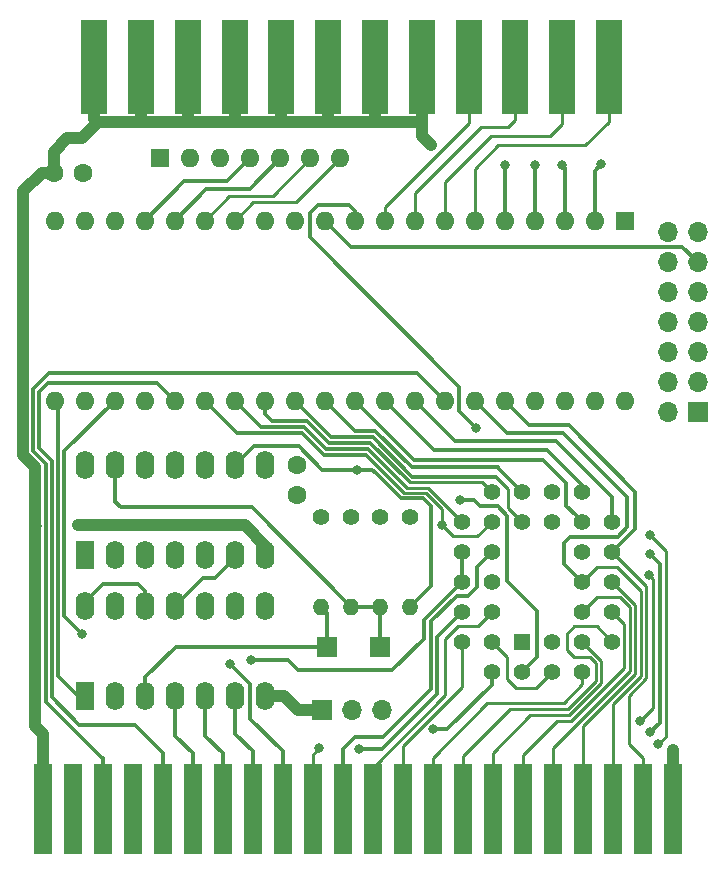
<source format=gbr>
%TF.GenerationSoftware,KiCad,Pcbnew,9.0.0*%
%TF.CreationDate,2025-04-04T12:39:39-04:00*%
%TF.ProjectId,RTC-Link2p,5254432d-4c69-46e6-9b32-702e6b696361,rev?*%
%TF.SameCoordinates,Original*%
%TF.FileFunction,Copper,L2,Bot*%
%TF.FilePolarity,Positive*%
%FSLAX46Y46*%
G04 Gerber Fmt 4.6, Leading zero omitted, Abs format (unit mm)*
G04 Created by KiCad (PCBNEW 9.0.0) date 2025-04-04 12:39:39*
%MOMM*%
%LPD*%
G01*
G04 APERTURE LIST*
%TA.AperFunction,ComponentPad*%
%ADD10C,1.400000*%
%TD*%
%TA.AperFunction,ComponentPad*%
%ADD11O,1.400000X1.400000*%
%TD*%
%TA.AperFunction,ComponentPad*%
%ADD12R,1.600000X2.400000*%
%TD*%
%TA.AperFunction,ComponentPad*%
%ADD13O,1.600000X2.400000*%
%TD*%
%TA.AperFunction,ComponentPad*%
%ADD14R,1.600000X1.600000*%
%TD*%
%TA.AperFunction,ComponentPad*%
%ADD15O,1.600000X1.600000*%
%TD*%
%TA.AperFunction,ConnectorPad*%
%ADD16R,1.524000X7.620000*%
%TD*%
%TA.AperFunction,ComponentPad*%
%ADD17R,1.700000X1.700000*%
%TD*%
%TA.AperFunction,ComponentPad*%
%ADD18O,1.700000X1.700000*%
%TD*%
%TA.AperFunction,ComponentPad*%
%ADD19C,1.600000*%
%TD*%
%TA.AperFunction,ComponentPad*%
%ADD20R,1.422400X1.422400*%
%TD*%
%TA.AperFunction,ComponentPad*%
%ADD21C,1.422400*%
%TD*%
%TA.AperFunction,ConnectorPad*%
%ADD22R,2.286000X8.000000*%
%TD*%
%TA.AperFunction,ViaPad*%
%ADD23C,0.800000*%
%TD*%
%TA.AperFunction,Conductor*%
%ADD24C,0.300000*%
%TD*%
%TA.AperFunction,Conductor*%
%ADD25C,1.000000*%
%TD*%
%TA.AperFunction,Conductor*%
%ADD26C,0.250000*%
%TD*%
G04 APERTURE END LIST*
D10*
%TO.P,R10,1*%
%TO.N,5V*%
X149250000Y-88250000D03*
D11*
%TO.P,R10,2*%
%TO.N,Net-(J2-Pin_1)*%
X149250000Y-95870000D03*
%TD*%
D12*
%TO.P,U2,1*%
%TO.N,R{slash}~{W}*%
X129260000Y-103460000D03*
D13*
%TO.P,U2,2*%
%TO.N,Net-(U2-Pad2)*%
X131800000Y-103460000D03*
%TO.P,U2,3*%
%TO.N,Net-(J2-Pin_1)*%
X134340000Y-103460000D03*
%TO.P,U2,4*%
%TO.N,A15*%
X136880000Y-103460000D03*
%TO.P,U2,5*%
%TO.N,A14*%
X139420000Y-103460000D03*
%TO.P,U2,6*%
%TO.N,A13*%
X141960000Y-103460000D03*
%TO.P,U2,7,GND*%
%TO.N,GND*%
X144500000Y-103460000D03*
%TO.P,U2,8*%
%TO.N,~{GAME}*%
X144500000Y-95840000D03*
%TO.P,U2,9*%
%TO.N,N/C*%
X141960000Y-95840000D03*
%TO.P,U2,10*%
X139420000Y-95840000D03*
%TO.P,U2,11*%
%TO.N,Net-(U2-Pad11)*%
X136880000Y-95840000D03*
%TO.P,U2,12*%
%TO.N,5V*%
X134340000Y-95840000D03*
%TO.P,U2,13*%
%TO.N,N/C*%
X131800000Y-95840000D03*
%TO.P,U2,14,VCC*%
%TO.N,5V*%
X129260000Y-95840000D03*
%TD*%
D14*
%TO.P,U1,1,VSS*%
%TO.N,GND*%
X174925000Y-63165000D03*
D15*
%TO.P,U1,2,PA0*%
%TO.N,PA0*%
X172385000Y-63165000D03*
%TO.P,U1,3,PA1*%
%TO.N,PA1*%
X169845000Y-63165000D03*
%TO.P,U1,4,PA2*%
%TO.N,PA2*%
X167305000Y-63165000D03*
%TO.P,U1,5,PA3*%
%TO.N,PA3*%
X164765000Y-63165000D03*
%TO.P,U1,6,PA4*%
%TO.N,PA4*%
X162225000Y-63165000D03*
%TO.P,U1,7,PA5*%
%TO.N,PA5*%
X159685000Y-63165000D03*
%TO.P,U1,8,PA6*%
%TO.N,PA6*%
X157145000Y-63165000D03*
%TO.P,U1,9,PA7*%
%TO.N,PA7*%
X154605000Y-63165000D03*
%TO.P,U1,10,PB0*%
%TO.N,PB0*%
X152065000Y-63165000D03*
%TO.P,U1,11,PB1*%
%TO.N,PB1*%
X149525000Y-63165000D03*
%TO.P,U1,12,PB2*%
%TO.N,PB2*%
X146985000Y-63165000D03*
%TO.P,U1,13,PB3*%
%TO.N,PB3*%
X144445000Y-63165000D03*
%TO.P,U1,14,PB4*%
%TO.N,PB4*%
X141905000Y-63165000D03*
%TO.P,U1,15,PB5*%
%TO.N,PB5*%
X139365000Y-63165000D03*
%TO.P,U1,16,PB6*%
%TO.N,PB6*%
X136825000Y-63165000D03*
%TO.P,U1,17,PB7*%
%TO.N,PB7*%
X134285000Y-63165000D03*
%TO.P,U1,18,CB1*%
%TO.N,unconnected-(U1-CB1-Pad18)*%
X131745000Y-63165000D03*
%TO.P,U1,19,CB2*%
%TO.N,unconnected-(U1-CB2-Pad19)*%
X129205000Y-63165000D03*
%TO.P,U1,20,VCC*%
%TO.N,5V*%
X126665000Y-63165000D03*
%TO.P,U1,21,R/~{W}*%
%TO.N,R{slash}~{W}*%
X126665000Y-78405000D03*
%TO.P,U1,22,CS0*%
%TO.N,5V*%
X129205000Y-78405000D03*
%TO.P,U1,23,~{CS2}*%
%TO.N,~{IO1}*%
X131745000Y-78405000D03*
%TO.P,U1,24,CS1*%
%TO.N,5V*%
X134285000Y-78405000D03*
%TO.P,U1,25,ENABLE*%
%TO.N,PHI2*%
X136825000Y-78405000D03*
%TO.P,U1,26,D7*%
%TO.N,D7*%
X139365000Y-78405000D03*
%TO.P,U1,27,D6*%
%TO.N,D6*%
X141905000Y-78405000D03*
%TO.P,U1,28,D5*%
%TO.N,D5*%
X144445000Y-78405000D03*
%TO.P,U1,29,D4*%
%TO.N,D4*%
X146985000Y-78405000D03*
%TO.P,U1,30,D3*%
%TO.N,D3*%
X149525000Y-78405000D03*
%TO.P,U1,31,D2*%
%TO.N,D2*%
X152065000Y-78405000D03*
%TO.P,U1,32,D1*%
%TO.N,D1*%
X154605000Y-78405000D03*
%TO.P,U1,33,D0*%
%TO.N,D0*%
X157145000Y-78405000D03*
%TO.P,U1,34,~{RESET}*%
%TO.N,~{RESET}*%
X159685000Y-78405000D03*
%TO.P,U1,35,RS1*%
%TO.N,A1*%
X162225000Y-78405000D03*
%TO.P,U1,36,RS0*%
%TO.N,A0*%
X164765000Y-78405000D03*
%TO.P,U1,37,~{IRQB}*%
%TO.N,unconnected-(U1-~{IRQB}-Pad37)*%
X167305000Y-78405000D03*
%TO.P,U1,38,~{IRQA}*%
%TO.N,unconnected-(U1-~{IRQA}-Pad38)*%
X169845000Y-78405000D03*
%TO.P,U1,39,CA2*%
%TO.N,CA2*%
X172385000Y-78405000D03*
%TO.P,U1,40,CA1*%
%TO.N,CA1*%
X174925000Y-78405000D03*
%TD*%
D16*
%TO.P,P1,23,GND*%
%TO.N,GND*%
X125660000Y-113000000D03*
%TO.P,P1,24,~{ROMH}*%
%TO.N,unconnected-(P1-~{ROMH}-Pad24)*%
X128200000Y-113000000D03*
%TO.P,P1,25,~{RESET}*%
%TO.N,~{RESET}*%
X130740000Y-113000000D03*
%TO.P,P1,26,~{NMI}*%
%TO.N,unconnected-(P1-~{NMI}-Pad26)*%
X133280000Y-113000000D03*
%TO.P,P1,27,PHI2*%
%TO.N,PHI2*%
X135820000Y-113000000D03*
%TO.P,P1,28,A15*%
%TO.N,A15*%
X138360000Y-113000000D03*
%TO.P,P1,29,A14*%
%TO.N,A14*%
X140900000Y-113000000D03*
%TO.P,P1,30,A13*%
%TO.N,A13*%
X143440000Y-113000000D03*
%TO.P,P1,31,A12*%
%TO.N,A12*%
X145980000Y-113000000D03*
%TO.P,P1,32,A11*%
%TO.N,A11*%
X148520000Y-113000000D03*
%TO.P,P1,33,A10*%
%TO.N,A10*%
X151060000Y-113000000D03*
%TO.P,P1,34,A9*%
%TO.N,A9*%
X153600000Y-113000000D03*
%TO.P,P1,35,A8*%
%TO.N,A8*%
X156140000Y-113000000D03*
%TO.P,P1,36,A7*%
%TO.N,A7*%
X158680000Y-113000000D03*
%TO.P,P1,37,A6*%
%TO.N,A6*%
X161220000Y-113000000D03*
%TO.P,P1,38,A5*%
%TO.N,A5*%
X163760000Y-113000000D03*
%TO.P,P1,39,A4*%
%TO.N,A4*%
X166300000Y-113000000D03*
%TO.P,P1,40,A3*%
%TO.N,A3*%
X168840000Y-113000000D03*
%TO.P,P1,41,A2*%
%TO.N,A2*%
X171380000Y-113000000D03*
%TO.P,P1,42,A1*%
%TO.N,A1*%
X173920000Y-113000000D03*
%TO.P,P1,43,A0*%
%TO.N,A0*%
X176460000Y-113000000D03*
%TO.P,P1,44,GND*%
%TO.N,GND*%
X179000000Y-113000000D03*
%TD*%
D17*
%TO.P,J4,1,Pin_1*%
%TO.N,GND*%
X149301200Y-104622600D03*
D18*
%TO.P,J4,2,Pin_2*%
%TO.N,Net-(J4-Pin_2)*%
X151841200Y-104622600D03*
%TO.P,J4,3,Pin_3*%
%TO.N,5V*%
X154381200Y-104622600D03*
%TD*%
D17*
%TO.P,J3,1,Pin_1*%
%TO.N,Net-(J3-Pin_1)*%
X154250000Y-99245000D03*
%TD*%
D19*
%TO.P,C1,1*%
%TO.N,5V*%
X129100000Y-59100000D03*
%TO.P,C1,2*%
%TO.N,GND*%
X126600000Y-59100000D03*
%TD*%
D10*
%TO.P,R7,1*%
%TO.N,5V*%
X151750000Y-88250000D03*
D11*
%TO.P,R7,2*%
%TO.N,Net-(J3-Pin_1)*%
X151750000Y-95870000D03*
%TD*%
D14*
%TO.P,RN1,1,common*%
%TO.N,5V*%
X135559800Y-57835800D03*
D15*
%TO.P,RN1,2,R1*%
%TO.N,CA2*%
X138099800Y-57835800D03*
%TO.P,RN1,3,R2*%
%TO.N,PB2*%
X140639800Y-57835800D03*
%TO.P,RN1,4,R3*%
%TO.N,PB7*%
X143179800Y-57835800D03*
%TO.P,RN1,5,R4*%
%TO.N,PB6*%
X145719800Y-57835800D03*
%TO.P,RN1,6,R5*%
%TO.N,PB5*%
X148259800Y-57835800D03*
%TO.P,RN1,7,R6*%
%TO.N,PB4*%
X150799800Y-57835800D03*
%TD*%
D17*
%TO.P,J1,1,Pin_1*%
%TO.N,GND*%
X181100000Y-79400000D03*
D18*
%TO.P,J1,2,Pin_2*%
X178560000Y-79400000D03*
%TO.P,J1,3,Pin_3*%
%TO.N,PA7*%
X181100000Y-76860000D03*
%TO.P,J1,4,Pin_4*%
%TO.N,CA1*%
X178560000Y-76860000D03*
%TO.P,J1,5,Pin_5*%
%TO.N,PA5*%
X181100000Y-74320000D03*
%TO.P,J1,6,Pin_6*%
%TO.N,PA6*%
X178560000Y-74320000D03*
%TO.P,J1,7,Pin_7*%
%TO.N,PA3*%
X181100000Y-71780000D03*
%TO.P,J1,8,Pin_8*%
%TO.N,PA4*%
X178560000Y-71780000D03*
%TO.P,J1,9,Pin_9*%
%TO.N,PA1*%
X181100000Y-69240000D03*
%TO.P,J1,10,Pin_10*%
%TO.N,PA2*%
X178560000Y-69240000D03*
%TO.P,J1,11,Pin_11*%
%TO.N,PB1*%
X181100000Y-66700000D03*
%TO.P,J1,12,Pin_12*%
%TO.N,PA0*%
X178560000Y-66700000D03*
%TO.P,J1,13,Pin_13*%
%TO.N,GND*%
X181100000Y-64160000D03*
%TO.P,J1,14,Pin_14*%
X178560000Y-64160000D03*
%TD*%
D20*
%TO.P,U5,1,NC*%
%TO.N,unconnected-(U5-NC-Pad1)*%
X166235000Y-98830000D03*
D21*
%TO.P,U5,2,A15*%
%TO.N,GND*%
X168775000Y-101370000D03*
%TO.P,U5,3,A12*%
%TO.N,PB0*%
X168775000Y-98830000D03*
%TO.P,U5,4,A7*%
%TO.N,A7*%
X171315000Y-101370000D03*
%TO.P,U5,5,A6*%
%TO.N,A6*%
X173855000Y-98830000D03*
%TO.P,U5,6,A5*%
%TO.N,A5*%
X171315000Y-98830000D03*
%TO.P,U5,7,A4*%
%TO.N,A4*%
X173855000Y-96290000D03*
%TO.P,U5,8,A3*%
%TO.N,A3*%
X171315000Y-96290000D03*
%TO.P,U5,9,A2*%
%TO.N,A2*%
X173855000Y-93750000D03*
%TO.P,U5,10,A1*%
%TO.N,A1*%
X171315000Y-93750000D03*
%TO.P,U5,11,A0*%
%TO.N,A0*%
X173855000Y-91210000D03*
%TO.P,U5,12,NC*%
%TO.N,unconnected-(U5-NC-Pad12)*%
X171315000Y-91210000D03*
%TO.P,U5,13,O0*%
%TO.N,D0*%
X173855000Y-88670000D03*
%TO.P,U5,14,O1*%
%TO.N,D1*%
X171315000Y-86130000D03*
%TO.P,U5,15,O2*%
%TO.N,D2*%
X171315000Y-88670000D03*
%TO.P,U5,16,GND*%
%TO.N,GND*%
X168775000Y-86130000D03*
%TO.P,U5,17,NC*%
%TO.N,unconnected-(U5-NC-Pad17)*%
X168775000Y-88670000D03*
%TO.P,U5,18,O3*%
%TO.N,D3*%
X166235000Y-86130000D03*
%TO.P,U5,19,O4*%
%TO.N,D4*%
X166235000Y-88670000D03*
%TO.P,U5,20,O5*%
%TO.N,D5*%
X163695000Y-86130000D03*
%TO.P,U5,21,O6*%
%TO.N,D6*%
X161155000Y-88670000D03*
%TO.P,U5,22,O7*%
%TO.N,D7*%
X163695000Y-88670000D03*
%TO.P,U5,23,~{CE}*%
%TO.N,~{GAME}*%
X161155000Y-91210000D03*
%TO.P,U5,24,A10*%
%TO.N,A10*%
X163695000Y-91210000D03*
%TO.P,U5,25,~{OE}/VPP*%
%TO.N,~{GAME}*%
X161155000Y-93750000D03*
%TO.P,U5,26,NC*%
%TO.N,unconnected-(U5-NC-Pad26)*%
X163695000Y-93750000D03*
%TO.P,U5,27,A11*%
%TO.N,A11*%
X161155000Y-96290000D03*
%TO.P,U5,28,A9*%
%TO.N,A9*%
X163695000Y-96290000D03*
%TO.P,U5,29,A8*%
%TO.N,A8*%
X161155000Y-98830000D03*
%TO.P,U5,30,A13*%
%TO.N,Net-(J4-Pin_2)*%
X163695000Y-101370000D03*
%TO.P,U5,31,A14*%
%TO.N,GND*%
X163695000Y-98830000D03*
%TO.P,U5,32,VCC*%
%TO.N,5V*%
X166235000Y-101370000D03*
%TD*%
D19*
%TO.P,C2,1*%
%TO.N,5V*%
X147200000Y-83900000D03*
%TO.P,C2,2*%
%TO.N,GND*%
X147200000Y-86400000D03*
%TD*%
D17*
%TO.P,J2,1,Pin_1*%
%TO.N,Net-(J2-Pin_1)*%
X149750000Y-99245000D03*
%TD*%
D22*
%TO.P,CN1,A*%
%TO.N,PA4*%
X173585000Y-50200000D03*
%TO.P,CN1,B*%
%TO.N,PA5*%
X169625000Y-50200000D03*
%TO.P,CN1,C*%
%TO.N,PA6*%
X165665000Y-50200000D03*
%TO.P,CN1,D*%
%TO.N,PA7*%
X161705000Y-50200000D03*
%TO.P,CN1,E*%
%TO.N,GND*%
X157745000Y-50200000D03*
%TO.P,CN1,F*%
X153785000Y-50200000D03*
%TO.P,CN1,H*%
X149825000Y-50200000D03*
%TO.P,CN1,J*%
X145865000Y-50200000D03*
%TO.P,CN1,K*%
X141905000Y-50200000D03*
%TO.P,CN1,L*%
X137945000Y-50200000D03*
%TO.P,CN1,M*%
X133985000Y-50200000D03*
%TO.P,CN1,N*%
X130025000Y-50200000D03*
%TD*%
D10*
%TO.P,R9,1*%
%TO.N,5V*%
X156750000Y-88250000D03*
D11*
%TO.P,R9,2*%
%TO.N,PB0*%
X156750000Y-95870000D03*
%TD*%
D10*
%TO.P,R8,1*%
%TO.N,5V*%
X154250000Y-88250000D03*
D11*
%TO.P,R8,2*%
%TO.N,Net-(J3-Pin_1)*%
X154250000Y-95870000D03*
%TD*%
D12*
%TO.P,U3,1*%
%TO.N,unconnected-(U3-Pad1)*%
X129260000Y-91460000D03*
D13*
%TO.P,U3,2*%
%TO.N,unconnected-(U3-Pad2)*%
X131800000Y-91460000D03*
%TO.P,U3,3*%
%TO.N,unconnected-(U3-Pad3)*%
X134340000Y-91460000D03*
%TO.P,U3,4*%
%TO.N,A12*%
X136880000Y-91460000D03*
%TO.P,U3,5*%
X139420000Y-91460000D03*
%TO.P,U3,6*%
%TO.N,Net-(U2-Pad11)*%
X141960000Y-91460000D03*
%TO.P,U3,7,GND*%
%TO.N,GND*%
X144500000Y-91460000D03*
%TO.P,U3,8*%
%TO.N,Net-(U2-Pad2)*%
X144500000Y-83840000D03*
%TO.P,U3,9*%
%TO.N,PB0*%
X141960000Y-83840000D03*
%TO.P,U3,10*%
%TO.N,Net-(U3-Pad10)*%
X139420000Y-83840000D03*
%TO.P,U3,11*%
X136880000Y-83840000D03*
%TO.P,U3,12*%
%TO.N,Net-(J3-Pin_1)*%
X134340000Y-83840000D03*
%TO.P,U3,13*%
X131800000Y-83840000D03*
%TO.P,U3,14,VCC*%
%TO.N,5V*%
X129260000Y-83840000D03*
%TD*%
D23*
%TO.N,GND*%
X125200000Y-89000000D03*
X179000000Y-108000000D03*
X158500000Y-56750000D03*
X130302000Y-54864000D03*
X128600000Y-88960000D03*
X125660000Y-107750000D03*
%TO.N,5V*%
X160985200Y-86868000D03*
%TO.N,D7*%
X159461200Y-88976200D03*
%TO.N,D2*%
X176200000Y-105500000D03*
X177000000Y-93200000D03*
%TO.N,D1*%
X177100000Y-106500000D03*
X177038000Y-91389200D03*
%TO.N,D0*%
X177038500Y-89788500D03*
X177775000Y-107475000D03*
%TO.N,A12*%
X141542200Y-100748400D03*
%TO.N,A11*%
X149047200Y-107848400D03*
X152450800Y-107924600D03*
%TO.N,PA0*%
X172948600Y-58394600D03*
%TO.N,PA1*%
X169621200Y-58470800D03*
%TO.N,PA2*%
X167305000Y-58470800D03*
%TO.N,PA3*%
X164765000Y-58496200D03*
%TO.N,PB0*%
X162329182Y-80723418D03*
X152300000Y-84250000D03*
%TO.N,~{IO1}*%
X128960000Y-98160000D03*
%TO.N,~{GAME}*%
X143260000Y-100355400D03*
%TO.N,Net-(J4-Pin_2)*%
X158692600Y-106248200D03*
%TD*%
D24*
%TO.N,PB0*%
X153527818Y-84250000D02*
X152300000Y-84250000D01*
X153833909Y-84556091D02*
X153527818Y-84250000D01*
D25*
%TO.N,GND*%
X179000000Y-113000000D02*
X179000000Y-108000000D01*
X145865000Y-50200000D02*
X145865000Y-54679000D01*
X153785000Y-50200000D02*
X153785000Y-54725000D01*
X125660000Y-107750000D02*
X125660000Y-106660000D01*
D26*
X167427400Y-102717600D02*
X168775000Y-101370000D01*
D25*
X128600000Y-88960000D02*
X142760000Y-88960000D01*
X146075400Y-103460000D02*
X147238000Y-104622600D01*
X149825000Y-50200000D02*
X149825000Y-54829000D01*
D26*
X163695000Y-98830000D02*
X163701600Y-98830000D01*
D25*
X157734000Y-54864000D02*
X157734000Y-50211000D01*
X128955800Y-56210200D02*
X127736600Y-56210200D01*
X130025000Y-54587000D02*
X130025000Y-50200000D01*
X127736600Y-56210200D02*
X126600000Y-57346800D01*
X124000000Y-60658000D02*
X125558000Y-59100000D01*
X144500000Y-90700000D02*
X144500000Y-91460000D01*
X130302000Y-54864000D02*
X130025000Y-54587000D01*
D24*
X168775000Y-101370000D02*
X169270000Y-101370000D01*
D25*
X126600000Y-57346800D02*
X126600000Y-59100000D01*
D26*
X163701600Y-98830000D02*
X164973000Y-100101400D01*
D25*
X157734000Y-54864000D02*
X130302000Y-54864000D01*
X125000000Y-84000000D02*
X124000000Y-83000000D01*
X141905000Y-50200000D02*
X141905000Y-54783000D01*
D26*
X164973000Y-100101400D02*
X164973000Y-101955600D01*
D25*
X137945000Y-50200000D02*
X137945000Y-54633000D01*
X142760000Y-88960000D02*
X144500000Y-90700000D01*
D26*
X165735000Y-102717600D02*
X167427400Y-102717600D01*
D25*
X125660000Y-106660000D02*
X125000000Y-106000000D01*
X157734000Y-55984000D02*
X158500000Y-56750000D01*
X146075400Y-103460000D02*
X144500000Y-103460000D01*
X125000000Y-106000000D02*
X125000000Y-84000000D01*
X130302000Y-54864000D02*
X128955800Y-56210200D01*
D26*
X164973000Y-101955600D02*
X165735000Y-102717600D01*
D25*
X124000000Y-83000000D02*
X124000000Y-60658000D01*
X125660000Y-113000000D02*
X125660000Y-107750000D01*
X125558000Y-59100000D02*
X126600000Y-59100000D01*
X133985000Y-50200000D02*
X133985000Y-54737000D01*
X157734000Y-54864000D02*
X157734000Y-55984000D01*
X147238000Y-104622600D02*
X149301200Y-104622600D01*
D24*
%TO.N,5V*%
X164185600Y-87376000D02*
X164973000Y-88163400D01*
X164973000Y-88163400D02*
X164973000Y-93675200D01*
X134340000Y-94540000D02*
X133760000Y-93960000D01*
X160985200Y-86868000D02*
X162153600Y-86868000D01*
X133760000Y-93960000D02*
X130760000Y-93960000D01*
X129260000Y-95460000D02*
X129260000Y-95840000D01*
X164973000Y-93675200D02*
X167513000Y-96215200D01*
X130760000Y-93960000D02*
X129260000Y-95460000D01*
X134340000Y-95840000D02*
X134340000Y-94540000D01*
X167513000Y-96215200D02*
X167513000Y-100092000D01*
X167513000Y-100092000D02*
X166235000Y-101370000D01*
X162661600Y-87376000D02*
X164185600Y-87376000D01*
X162153600Y-86868000D02*
X162661600Y-87376000D01*
D26*
%TO.N,D7*%
X159461200Y-88976200D02*
X160401000Y-89916000D01*
D24*
X142110000Y-81150000D02*
X147608682Y-81150000D01*
D26*
X162449000Y-89916000D02*
X163695000Y-88670000D01*
X159461200Y-88976200D02*
X159461200Y-87612596D01*
D24*
X152984925Y-83000000D02*
X156142462Y-86157538D01*
D26*
X160401000Y-89916000D02*
X162449000Y-89916000D01*
X156206803Y-86221879D02*
X156142462Y-86157538D01*
X158070483Y-86221879D02*
X156206803Y-86221879D01*
D24*
X149458682Y-83000000D02*
X152984925Y-83000000D01*
D26*
X159461200Y-87612596D02*
X158070483Y-86221879D01*
D24*
X147608682Y-81150000D02*
X149458682Y-83000000D01*
X139365000Y-78405000D02*
X142110000Y-81150000D01*
D26*
%TO.N,D6*%
X158256879Y-85771879D02*
X156463911Y-85771879D01*
D24*
X149665788Y-82500000D02*
X153192032Y-82500000D01*
X147815788Y-80650000D02*
X149665788Y-82500000D01*
X141905000Y-78405000D02*
X144150000Y-80650000D01*
X153192032Y-82500000D02*
X156196016Y-85503984D01*
D26*
X161155000Y-88670000D02*
X158256879Y-85771879D01*
D24*
X144150000Y-80650000D02*
X147815788Y-80650000D01*
D26*
X156463911Y-85771879D02*
X156196016Y-85503984D01*
D24*
%TO.N,D5*%
X145050000Y-80150000D02*
X148022894Y-80150000D01*
X149872894Y-82000000D02*
X153399139Y-82000000D01*
X144445000Y-79545000D02*
X145050000Y-80150000D01*
X153399139Y-82000000D02*
X156549569Y-85150431D01*
X148022894Y-80150000D02*
X149872894Y-82000000D01*
X144445000Y-78405000D02*
X144445000Y-79545000D01*
D26*
X162886879Y-85321879D02*
X156721017Y-85321879D01*
X156721017Y-85321879D02*
X156549569Y-85150431D01*
X163695000Y-86130000D02*
X162886879Y-85321879D01*
D24*
%TO.N,D4*%
X164051879Y-84846879D02*
X165005000Y-85800000D01*
X146985000Y-78405000D02*
X150080000Y-81500000D01*
X156953122Y-84846876D02*
X156953122Y-84846879D01*
D26*
X166235000Y-88670000D02*
X165065000Y-87500000D01*
X165065000Y-87500000D02*
X165065000Y-85860000D01*
D24*
X150080000Y-81500000D02*
X153606246Y-81500000D01*
X156953122Y-84846879D02*
X164051879Y-84846879D01*
D26*
X165065000Y-85860000D02*
X165005000Y-85800000D01*
D24*
X153606246Y-81500000D02*
X156953122Y-84846876D01*
%TO.N,D3*%
X153813352Y-81000000D02*
X156887352Y-84074000D01*
X164305000Y-84200000D02*
X166235000Y-86130000D01*
X152120000Y-81000000D02*
X153813352Y-81000000D01*
X156887352Y-84074000D02*
X164185600Y-84074000D01*
X149525000Y-78405000D02*
X152120000Y-81000000D01*
X164305000Y-84193400D02*
X164305000Y-84200000D01*
X164185600Y-84074000D02*
X164305000Y-84193400D01*
D26*
%TO.N,D2*%
X177300000Y-94600000D02*
X177300000Y-93500000D01*
D24*
X152065000Y-78405000D02*
X157073600Y-83413600D01*
D26*
X176200000Y-105500000D02*
X177300000Y-104400000D01*
D24*
X170000000Y-87355000D02*
X170772500Y-88127500D01*
D26*
X177300000Y-93500000D02*
X177000000Y-93200000D01*
D24*
X170000000Y-85392600D02*
X170000000Y-87355000D01*
D26*
X171315000Y-88670000D02*
X170772500Y-88127500D01*
D24*
X157073600Y-83413600D02*
X168021000Y-83413600D01*
X168021000Y-83413600D02*
X170000000Y-85392600D01*
D26*
X177300000Y-104400000D02*
X177300000Y-94600000D01*
D24*
%TO.N,D1*%
X154605000Y-78405000D02*
X158775400Y-82575400D01*
X177038000Y-91389200D02*
X177900000Y-92251200D01*
X177900000Y-105700000D02*
X177100000Y-106500000D01*
X177900000Y-92251200D02*
X177900000Y-105700000D01*
X171315000Y-85564600D02*
X171315000Y-86130000D01*
X168325800Y-82575400D02*
X171315000Y-85564600D01*
X158775400Y-82575400D02*
X168325800Y-82575400D01*
D26*
%TO.N,D0*%
X178400000Y-91150000D02*
X178400000Y-106850000D01*
X178400000Y-106850000D02*
X177775000Y-107475000D01*
D24*
X162982743Y-81816318D02*
X162985661Y-81813400D01*
D26*
X177038500Y-89788500D02*
X178400000Y-91150000D01*
D24*
X173855000Y-86580600D02*
X173855000Y-88670000D01*
X169087800Y-81813400D02*
X173855000Y-86580600D01*
X157145000Y-78405000D02*
X160556318Y-81816318D01*
X162985661Y-81813400D02*
X169087800Y-81813400D01*
X160556318Y-81816318D02*
X162982743Y-81816318D01*
%TO.N,A12*%
X141542200Y-100748400D02*
X143205200Y-102411400D01*
X143205200Y-102411400D02*
X143205200Y-105327600D01*
X143205200Y-105327600D02*
X145980000Y-108102400D01*
X145980000Y-108102400D02*
X145980000Y-113000000D01*
D26*
%TO.N,A11*%
X149047200Y-107848400D02*
X148520000Y-108375600D01*
D24*
X159054800Y-98390200D02*
X161155000Y-96290000D01*
X159054800Y-103251000D02*
X159054800Y-98390200D01*
X152450800Y-107924600D02*
X154381200Y-107924600D01*
X154381200Y-107924600D02*
X159054800Y-103251000D01*
D26*
X148520000Y-108375600D02*
X148520000Y-113000000D01*
D24*
%TO.N,A10*%
X160705800Y-94945200D02*
X161620200Y-94945200D01*
X161620200Y-94945200D02*
X162407600Y-94157800D01*
X152069800Y-106908600D02*
X154482800Y-106908600D01*
X162407600Y-92497400D02*
X163695000Y-91210000D01*
X154482800Y-106908600D02*
X158546800Y-102844600D01*
X162407600Y-94157800D02*
X162407600Y-92497400D01*
X151060000Y-113000000D02*
X151060000Y-107918400D01*
X158546800Y-97104200D02*
X160705800Y-94945200D01*
X158546800Y-102844600D02*
X158546800Y-97104200D01*
X151060000Y-107918400D02*
X152069800Y-106908600D01*
D26*
%TO.N,A9*%
X153600000Y-109493200D02*
X159750000Y-103343200D01*
X160831200Y-97500000D02*
X162485000Y-97500000D01*
X162485000Y-97500000D02*
X163695000Y-96290000D01*
X159750000Y-103343200D02*
X159750000Y-98581200D01*
X153600000Y-113000000D02*
X153600000Y-109493200D01*
X159750000Y-98581200D02*
X160831200Y-97500000D01*
%TO.N,A8*%
X156140000Y-113000000D02*
X156140000Y-107664400D01*
X156140000Y-107664400D02*
X161155000Y-102649400D01*
X161155000Y-102649400D02*
X161155000Y-98830000D01*
%TO.N,A7*%
X163296600Y-104013000D02*
X169748200Y-104013000D01*
X171315000Y-102446200D02*
X171315000Y-101370000D01*
X158680000Y-108629600D02*
X163296600Y-104013000D01*
X169748200Y-104013000D02*
X171315000Y-102446200D01*
X158680000Y-113000000D02*
X158680000Y-108629600D01*
%TO.N,A6*%
X172505000Y-102119800D02*
X172505000Y-100656396D01*
X170606400Y-100101400D02*
X170005000Y-99500000D01*
X161220000Y-108530000D02*
X165229000Y-104521000D01*
X161220000Y-113000000D02*
X161220000Y-108530000D01*
X170005000Y-99500000D02*
X170005000Y-98193600D01*
X172505000Y-100656396D02*
X171950004Y-100101400D01*
X172561000Y-97536000D02*
X173855000Y-98830000D01*
X165229000Y-104521000D02*
X170103800Y-104521000D01*
X170662600Y-97536000D02*
X172561000Y-97536000D01*
X170103800Y-104521000D02*
X172505000Y-102119800D01*
X171950004Y-100101400D02*
X170606400Y-100101400D01*
X170005000Y-98193600D02*
X170662600Y-97536000D01*
%TO.N,A5*%
X163760000Y-113000000D02*
X163760000Y-108240000D01*
X172955000Y-100470000D02*
X171315000Y-98830000D01*
X170230800Y-105054400D02*
X172955000Y-102330200D01*
X166945600Y-105054400D02*
X170230800Y-105054400D01*
X172955000Y-102330200D02*
X172955000Y-100470000D01*
X163760000Y-108240000D02*
X166945600Y-105054400D01*
%TO.N,A4*%
X166300000Y-108450000D02*
X169187600Y-105562400D01*
X169187600Y-105562400D02*
X170408600Y-105562400D01*
X166300000Y-113000000D02*
X166300000Y-108450000D01*
X174891200Y-101079800D02*
X174891200Y-97326200D01*
X170408600Y-105562400D02*
X174891200Y-101079800D01*
X174891200Y-97326200D02*
X173855000Y-96290000D01*
%TO.N,A3*%
X172558200Y-95046800D02*
X174515404Y-95046800D01*
X175341200Y-101290200D02*
X168840000Y-107791400D01*
X175341200Y-95872596D02*
X175341200Y-101290200D01*
X174515404Y-95046800D02*
X175341200Y-95872596D01*
X168840000Y-107791400D02*
X168840000Y-113000000D01*
X171315000Y-96290000D02*
X172558200Y-95046800D01*
%TO.N,A2*%
X175802500Y-95697500D02*
X173855000Y-93750000D01*
X175802500Y-101540100D02*
X175802500Y-95697500D01*
X171380000Y-105962600D02*
X175802500Y-101540100D01*
X171380000Y-113000000D02*
X171380000Y-105962600D01*
D24*
%TO.N,A1*%
X169672000Y-81153000D02*
X175107600Y-86588600D01*
X175107600Y-89154000D02*
X174320200Y-89941400D01*
X169815000Y-92250000D02*
X171315000Y-93750000D01*
X175107600Y-86588600D02*
X175107600Y-89154000D01*
X174320200Y-89941400D02*
X170313600Y-89941400D01*
D26*
X174261800Y-92506800D02*
X172558200Y-92506800D01*
D24*
X170313600Y-89941400D02*
X169755000Y-90500000D01*
D26*
X173920000Y-104108400D02*
X176302500Y-101725900D01*
X173920000Y-113000000D02*
X173920000Y-104108400D01*
D24*
X169755000Y-92250000D02*
X169815000Y-92250000D01*
X164973000Y-81153000D02*
X169672000Y-81153000D01*
X169755000Y-90500000D02*
X169755000Y-92250000D01*
D26*
X172558200Y-92506800D02*
X171315000Y-93750000D01*
D24*
X162225000Y-78405000D02*
X164973000Y-81153000D01*
D26*
X176302500Y-101725900D02*
X176302500Y-94547500D01*
X176302500Y-94547500D02*
X174261800Y-92506800D01*
%TO.N,A0*%
X176460000Y-113000000D02*
X176460000Y-108660000D01*
X176752500Y-94107500D02*
X173855000Y-91210000D01*
D24*
X166852600Y-80492600D02*
X170180000Y-80492600D01*
X164765000Y-78405000D02*
X166852600Y-80492600D01*
X170180000Y-80492600D02*
X175818800Y-86131400D01*
D26*
X175300000Y-107500000D02*
X175300000Y-103388800D01*
D24*
X175818800Y-86131400D02*
X175818800Y-89246200D01*
D26*
X175300000Y-103388800D02*
X176752500Y-101936300D01*
X176460000Y-108660000D02*
X175300000Y-107500000D01*
X176752500Y-101936300D02*
X176752500Y-94107500D01*
D24*
X175818800Y-89246200D02*
X173855000Y-91210000D01*
%TO.N,PA0*%
X172948600Y-58394600D02*
X172385000Y-58958200D01*
X172385000Y-58958200D02*
X172385000Y-63165000D01*
%TO.N,PA1*%
X169845000Y-58694600D02*
X169845000Y-63165000D01*
X169621200Y-58470800D02*
X169845000Y-58694600D01*
%TO.N,PA2*%
X167305000Y-58470800D02*
X167305000Y-63165000D01*
%TO.N,PA3*%
X164765000Y-58496200D02*
X164765000Y-63165000D01*
D26*
%TO.N,PA4*%
X164200000Y-56800000D02*
X171571400Y-56800000D01*
X171571400Y-56800000D02*
X173585000Y-54786400D01*
X162225000Y-58775000D02*
X164200000Y-56800000D01*
D24*
X173585000Y-53999000D02*
X173585000Y-50200000D01*
D26*
X162225000Y-63165000D02*
X162225000Y-58775000D01*
X173585000Y-54786400D02*
X173585000Y-50200000D01*
%TO.N,PA5*%
X159685000Y-63165000D02*
X159685000Y-59915000D01*
X168612600Y-56025000D02*
X169625000Y-55012600D01*
X159685000Y-59915000D02*
X163575000Y-56025000D01*
X163575000Y-56025000D02*
X168612600Y-56025000D01*
X169625000Y-55012600D02*
X169625000Y-50200000D01*
%TO.N,PA6*%
X162745000Y-55255000D02*
X165055000Y-55255000D01*
X165665000Y-50200000D02*
X165665000Y-54500000D01*
X157145000Y-63165000D02*
X157145000Y-60855000D01*
X165055000Y-55255000D02*
X165665000Y-54645000D01*
X165665000Y-54645000D02*
X165665000Y-50200000D01*
X157145000Y-60855000D02*
X162745000Y-55255000D01*
D24*
%TO.N,PB0*%
X141960000Y-83840000D02*
X143510000Y-82290000D01*
X148259800Y-62555200D02*
X148966000Y-61849000D01*
X143510000Y-82290000D02*
X147334470Y-82290000D01*
X160934400Y-79328636D02*
X160934400Y-77234400D01*
X151549000Y-61849000D02*
X152065000Y-62365000D01*
X160934400Y-77234400D02*
X148259800Y-64559800D01*
X148259800Y-64559800D02*
X148259800Y-62555200D01*
X152065000Y-62365000D02*
X152065000Y-63165000D01*
X149294470Y-84250000D02*
X152300000Y-84250000D01*
X162329182Y-80723418D02*
X160934400Y-79328636D01*
X147334470Y-82290000D02*
X149294470Y-84250000D01*
X148966000Y-61849000D02*
X151549000Y-61849000D01*
%TO.N,PB1*%
X151760000Y-65400000D02*
X149525000Y-63165000D01*
X181100000Y-66700000D02*
X179800000Y-65400000D01*
X179800000Y-65400000D02*
X151760000Y-65400000D01*
D26*
%TO.N,PB4*%
X150940000Y-57800000D02*
X147119600Y-61620400D01*
X143449600Y-61620400D02*
X141905000Y-63165000D01*
X147119600Y-61620400D02*
X143449600Y-61620400D01*
%TO.N,PB5*%
X145113000Y-61087000D02*
X141443000Y-61087000D01*
X141443000Y-61087000D02*
X139365000Y-63165000D01*
X148400000Y-57800000D02*
X145113000Y-61087000D01*
D24*
%TO.N,PB6*%
X145860000Y-57800000D02*
X143182600Y-60477400D01*
X143182600Y-60477400D02*
X139512600Y-60477400D01*
X139512600Y-60477400D02*
X136825000Y-63165000D01*
%TO.N,PB7*%
X137607600Y-59842400D02*
X134285000Y-63165000D01*
X141277600Y-59842400D02*
X137607600Y-59842400D01*
X143320000Y-57800000D02*
X141277600Y-59842400D01*
D26*
%TO.N,PA7*%
X154605000Y-63165000D02*
X154605000Y-61995000D01*
X154605000Y-61995000D02*
X161705000Y-54895000D01*
X161705000Y-54895000D02*
X161705000Y-50200000D01*
D24*
%TO.N,R{slash}~{W}*%
X126950000Y-101700000D02*
X126950000Y-78690000D01*
X128750000Y-103500000D02*
X126950000Y-101700000D01*
X126950000Y-78690000D02*
X126665000Y-78405000D01*
%TO.N,~{IO1}*%
X127450000Y-82700000D02*
X131745000Y-78405000D01*
X127450000Y-96650000D02*
X127450000Y-82700000D01*
X128960000Y-98160000D02*
X127450000Y-96650000D01*
%TO.N,~{GAME}*%
X146405600Y-100355400D02*
X147300200Y-101250000D01*
X157937200Y-96967800D02*
X161155000Y-93750000D01*
X157937200Y-98562800D02*
X157937200Y-96967800D01*
X155250000Y-101250000D02*
X157937200Y-98562800D01*
X143260000Y-100355400D02*
X146405600Y-100355400D01*
X147300200Y-101250000D02*
X155250000Y-101250000D01*
X161155000Y-93750000D02*
X161155000Y-91210000D01*
%TO.N,~{RESET}*%
X126212600Y-76073000D02*
X157353000Y-76073000D01*
X157353000Y-76073000D02*
X159685000Y-78405000D01*
X130740000Y-113000000D02*
X130740000Y-108700000D01*
X130740000Y-108700000D02*
X130700000Y-108700000D01*
X125950000Y-83747918D02*
X124850000Y-82647918D01*
X124850000Y-82647918D02*
X124850000Y-77435600D01*
X125950000Y-103950000D02*
X125950000Y-83747918D01*
X124850000Y-77435600D02*
X126212600Y-76073000D01*
X130700000Y-108700000D02*
X125950000Y-103950000D01*
%TO.N,A13*%
X143440000Y-113000000D02*
X143440000Y-108083200D01*
X143440000Y-108083200D02*
X141960000Y-106603200D01*
X141960000Y-106603200D02*
X141960000Y-103460000D01*
%TO.N,A15*%
X136880000Y-106806400D02*
X136880000Y-103460000D01*
X138360000Y-108286400D02*
X136880000Y-106806400D01*
X138360000Y-113000000D02*
X138360000Y-108286400D01*
%TO.N,A14*%
X140900000Y-108286400D02*
X139420000Y-106806400D01*
X140900000Y-113000000D02*
X140900000Y-108286400D01*
X139420000Y-106806400D02*
X139420000Y-103460000D01*
%TO.N,PHI2*%
X135305800Y-76885800D02*
X126114200Y-76885800D01*
X126450000Y-83540812D02*
X126450000Y-103539200D01*
%TO.N,PB0*%
X157873731Y-86696879D02*
X155974697Y-86696879D01*
%TO.N,PHI2*%
X125350000Y-77650000D02*
X125350000Y-82440812D01*
X126450000Y-103539200D02*
X128752600Y-105841800D01*
%TO.N,PB0*%
X158500000Y-87323148D02*
X157873731Y-86696879D01*
X156750000Y-95870000D02*
X158500000Y-94120000D01*
%TO.N,PHI2*%
X133451600Y-105841800D02*
X135820000Y-108210200D01*
%TO.N,PB0*%
X158500000Y-94120000D02*
X158500000Y-87323148D01*
%TO.N,PHI2*%
X136825000Y-78405000D02*
X135305800Y-76885800D01*
X125350000Y-82440812D02*
X126450000Y-83540812D01*
%TO.N,PB0*%
X155974697Y-86696879D02*
X153833909Y-84556091D01*
%TO.N,PHI2*%
X126114200Y-76885800D02*
X125350000Y-77650000D01*
X135820000Y-108210200D02*
X135820000Y-113000000D01*
X128752600Y-105841800D02*
X133451600Y-105841800D01*
%TO.N,Net-(U2-Pad11)*%
X141960000Y-91760000D02*
X141960000Y-91460000D01*
X140260000Y-93460000D02*
X141960000Y-91760000D01*
X139260000Y-93460000D02*
X140260000Y-93460000D01*
X136880000Y-95840000D02*
X139260000Y-93460000D01*
%TO.N,Net-(J2-Pin_1)*%
X136898800Y-99245000D02*
X134340000Y-101803800D01*
X149750000Y-99245000D02*
X149750000Y-96370000D01*
X149750000Y-99245000D02*
X136898800Y-99245000D01*
X149750000Y-96370000D02*
X149250000Y-95870000D01*
X134340000Y-101803800D02*
X134340000Y-103460000D01*
%TO.N,Net-(J3-Pin_1)*%
X154250000Y-99245000D02*
X154250000Y-95870000D01*
X132260000Y-87460000D02*
X131760000Y-86960000D01*
X154250000Y-95870000D02*
X151750000Y-95870000D01*
X143340000Y-87460000D02*
X141300000Y-87460000D01*
X141300000Y-87460000D02*
X132260000Y-87460000D01*
X151750000Y-95870000D02*
X143340000Y-87460000D01*
X131760000Y-86960000D02*
X131800000Y-86920000D01*
X131800000Y-86920000D02*
X131800000Y-83840000D01*
%TO.N,Net-(J4-Pin_2)*%
X163695000Y-102471600D02*
X163695000Y-101370000D01*
X159918400Y-106248200D02*
X163695000Y-102471600D01*
X158692600Y-106248200D02*
X159918400Y-106248200D01*
%TD*%
M02*

</source>
